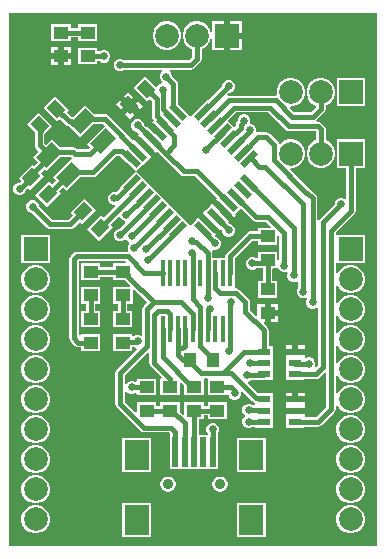
<source format=gtl>
G04*
G04 #@! TF.GenerationSoftware,Altium Limited,Altium Designer,23.7.1 (13)*
G04*
G04 Layer_Physical_Order=1*
G04 Layer_Color=255*
%FSLAX25Y25*%
%MOIN*%
G70*
G04*
G04 #@! TF.SameCoordinates,3E470AC7-ECF9-48F6-9F6D-68BDDA74D969*
G04*
G04*
G04 #@! TF.FilePolarity,Positive*
G04*
G01*
G75*
%ADD29R,0.07874X0.09843*%
%ADD30R,0.01968X0.09843*%
%ADD31R,0.01575X0.08858*%
%ADD32R,0.04921X0.03937*%
G04:AMPARAMS|DCode=33|XSize=39.37mil|YSize=49.21mil|CornerRadius=0mil|HoleSize=0mil|Usage=FLASHONLY|Rotation=135.000|XOffset=0mil|YOffset=0mil|HoleType=Round|Shape=Rectangle|*
%AMROTATEDRECTD33*
4,1,4,0.03132,0.00348,-0.00348,-0.03132,-0.03132,-0.00348,0.00348,0.03132,0.03132,0.00348,0.0*
%
%ADD33ROTATEDRECTD33*%

G04:AMPARAMS|DCode=34|XSize=21.65mil|YSize=62.99mil|CornerRadius=0mil|HoleSize=0mil|Usage=FLASHONLY|Rotation=315.000|XOffset=0mil|YOffset=0mil|HoleType=Round|Shape=Rectangle|*
%AMROTATEDRECTD34*
4,1,4,-0.02993,-0.01462,0.01462,0.02993,0.02993,0.01462,-0.01462,-0.02993,-0.02993,-0.01462,0.0*
%
%ADD34ROTATEDRECTD34*%

G04:AMPARAMS|DCode=35|XSize=21.65mil|YSize=62.99mil|CornerRadius=0mil|HoleSize=0mil|Usage=FLASHONLY|Rotation=45.000|XOffset=0mil|YOffset=0mil|HoleType=Round|Shape=Rectangle|*
%AMROTATEDRECTD35*
4,1,4,0.01462,-0.02993,-0.02993,0.01462,-0.01462,0.02993,0.02993,-0.01462,0.01462,-0.02993,0.0*
%
%ADD35ROTATEDRECTD35*%

G04:AMPARAMS|DCode=36|XSize=70.87mil|YSize=47.24mil|CornerRadius=0mil|HoleSize=0mil|Usage=FLASHONLY|Rotation=225.000|XOffset=0mil|YOffset=0mil|HoleType=Round|Shape=Rectangle|*
%AMROTATEDRECTD36*
4,1,4,0.00835,0.04176,0.04176,0.00835,-0.00835,-0.04176,-0.04176,-0.00835,0.00835,0.04176,0.0*
%
%ADD36ROTATEDRECTD36*%

G04:AMPARAMS|DCode=37|XSize=39.37mil|YSize=49.21mil|CornerRadius=0mil|HoleSize=0mil|Usage=FLASHONLY|Rotation=45.000|XOffset=0mil|YOffset=0mil|HoleType=Round|Shape=Rectangle|*
%AMROTATEDRECTD37*
4,1,4,0.00348,-0.03132,-0.03132,0.00348,-0.00348,0.03132,0.03132,-0.00348,0.00348,-0.03132,0.0*
%
%ADD37ROTATEDRECTD37*%

%ADD38R,0.03937X0.04921*%
%ADD39R,0.04331X0.02362*%
%ADD40C,0.01575*%
%ADD41C,0.01500*%
%ADD42C,0.03543*%
%ADD43C,0.07874*%
%ADD44R,0.07874X0.07874*%
%ADD45R,0.07874X0.07874*%
%ADD46C,0.02677*%
G36*
X138678Y1204D02*
X16204D01*
X16204Y178796D01*
X138678D01*
X138678Y1204D01*
D02*
G37*
%LPC*%
G36*
X45571Y175000D02*
X39075D01*
Y173850D01*
X36713D01*
Y175000D01*
X30217D01*
Y169488D01*
X36713D01*
Y170638D01*
X39075D01*
Y169488D01*
X45571D01*
Y175000D01*
D02*
G37*
G36*
X87740Y176197D02*
X83803D01*
Y172550D01*
X83303Y172484D01*
X83143Y173083D01*
X82521Y174161D01*
X81641Y175040D01*
X80564Y175662D01*
X79362Y175984D01*
X78118D01*
X76917Y175662D01*
X75839Y175040D01*
X74960Y174161D01*
X74338Y173083D01*
X74016Y171882D01*
Y170638D01*
X74338Y169436D01*
X74960Y168359D01*
X75839Y167479D01*
X76917Y166857D01*
X77135Y166799D01*
Y164051D01*
X76107Y163023D01*
X54550D01*
X54354Y163220D01*
X53572Y163543D01*
X52727D01*
X51945Y163220D01*
X51347Y162622D01*
X51024Y161840D01*
Y160994D01*
X51347Y160213D01*
X51945Y159615D01*
X52727Y159291D01*
X53572D01*
X54354Y159615D01*
X54550Y159812D01*
X67270D01*
X67370Y159312D01*
X67300Y159283D01*
X66702Y158685D01*
X66378Y157903D01*
Y157057D01*
X66702Y156276D01*
X67202Y155776D01*
X67076Y155319D01*
X67049Y155276D01*
X66983D01*
X66201Y154952D01*
X65603Y154354D01*
X65569Y154271D01*
X65078Y154173D01*
X61463Y157789D01*
X57566Y153891D01*
X62159Y149298D01*
X62999Y150138D01*
X63741Y149396D01*
Y144442D01*
X63860Y143842D01*
X64200Y143333D01*
X64316Y143218D01*
X63669Y142571D01*
X66603Y139636D01*
X65189Y138222D01*
X62255Y141156D01*
X61876Y140777D01*
X61181Y141472D01*
Y141762D01*
X60857Y142543D01*
X60259Y143141D01*
X59478Y143465D01*
X58632D01*
X57851Y143141D01*
X57253Y142543D01*
X56929Y141762D01*
Y140916D01*
X57253Y140134D01*
X57851Y139536D01*
X58632Y139213D01*
X58899D01*
X59605Y138507D01*
X59215Y138116D01*
X62149Y135182D01*
X65083Y132248D01*
X65468Y132633D01*
X67357Y130743D01*
X73252Y124849D01*
X73252Y124849D01*
X73773Y124501D01*
X74387Y124379D01*
X78176D01*
X85490Y117065D01*
X85105Y116681D01*
X88039Y113746D01*
X90974Y110812D01*
X91739Y111578D01*
X91589Y111728D01*
X93435Y113574D01*
X97316Y109694D01*
X97837Y109345D01*
X98451Y109223D01*
X98451Y109223D01*
X101855D01*
X103530Y107549D01*
X103339Y107087D01*
X99114D01*
Y105936D01*
X96457D01*
X95842Y105814D01*
X95321Y105466D01*
X95321Y105466D01*
X88697Y98842D01*
X88349Y98321D01*
X88227Y97707D01*
X88185Y97244D01*
X83938D01*
Y98770D01*
X83816Y99384D01*
X83737Y99502D01*
X84069Y99906D01*
X84223Y99843D01*
X85069D01*
X85850Y100166D01*
X86448Y100764D01*
X86772Y101546D01*
Y102391D01*
X86448Y103173D01*
X85850Y103771D01*
X85069Y104095D01*
X84988D01*
X84622Y104460D01*
X85105Y104944D01*
X82171Y107878D01*
X79237Y110812D01*
X78471Y110047D01*
X78621Y109896D01*
X76614Y107889D01*
X74039Y110464D01*
X71812Y112691D01*
X70002Y114501D01*
X70002D01*
X67358Y117145D01*
X65131Y119372D01*
X62903Y121600D01*
X60676Y123827D01*
X58519Y125984D01*
X60676Y128142D01*
X62753Y130219D01*
X62903Y130068D01*
X63669Y130834D01*
X60735Y133768D01*
X57801Y136702D01*
X57416Y136318D01*
X49132Y144602D01*
X48611Y144950D01*
X47996Y145072D01*
X47996Y145072D01*
X44347D01*
X41498Y147921D01*
X37567Y143990D01*
X37380Y144115D01*
X36776Y144235D01*
X35322Y145689D01*
X36135Y146502D01*
X31542Y151096D01*
X27644Y147198D01*
X32238Y142605D01*
X33051Y143418D01*
X34973Y141496D01*
X35494Y141148D01*
X36099Y141028D01*
X36465Y140661D01*
X36465Y140661D01*
X36597Y140573D01*
X39828Y137342D01*
X44347Y141861D01*
X47331D01*
X48066Y141126D01*
X42055Y135115D01*
X43147Y134023D01*
X42503Y133380D01*
X38823D01*
X38736Y133467D01*
X38215Y133815D01*
X37601Y133937D01*
X37601Y133937D01*
X33211D01*
X30363Y136785D01*
X28436Y134859D01*
X27928Y135367D01*
Y138295D01*
X30567Y140935D01*
X25974Y145528D01*
X22077Y141631D01*
X24729Y138979D01*
X24716Y138916D01*
X24716Y138916D01*
Y134702D01*
X24716Y134702D01*
X24839Y134087D01*
X25187Y133566D01*
X26165Y132588D01*
X24238Y130661D01*
X25724Y129175D01*
X24390Y127841D01*
X23970Y128261D01*
X19377Y123668D01*
X20190Y122854D01*
X19540Y122205D01*
X19262D01*
X18481Y121881D01*
X17883Y121283D01*
X17559Y120502D01*
Y119656D01*
X17883Y118875D01*
X18481Y118276D01*
X19262Y117953D01*
X20108D01*
X20889Y118276D01*
X21487Y118875D01*
X21811Y119656D01*
Y119934D01*
X22461Y120584D01*
X23274Y119770D01*
X27867Y124364D01*
X26660Y125571D01*
X27994Y126905D01*
X28692Y126207D01*
X33211Y130726D01*
X36664D01*
X37010Y130319D01*
X37050Y130273D01*
X36996Y130056D01*
X36869Y129929D01*
X30920Y123980D01*
X31848Y123051D01*
X30514Y121717D01*
X29538Y122693D01*
X24944Y118100D01*
X28842Y114203D01*
X33435Y118796D01*
X32785Y119446D01*
X34119Y120780D01*
X35374Y119525D01*
X39893Y124044D01*
X44154D01*
X44154Y124044D01*
X44768Y124167D01*
X45289Y124514D01*
X51846Y131071D01*
X53249D01*
X55435Y128885D01*
X55435Y128885D01*
X55566Y128798D01*
X58380Y125984D01*
X52882Y120486D01*
X53069Y120299D01*
X51760Y118991D01*
X51604Y119055D01*
X50758D01*
X49977Y118731D01*
X49379Y118133D01*
X49055Y117352D01*
Y116506D01*
X49379Y115725D01*
X49977Y115127D01*
X50758Y114803D01*
X51374D01*
X51581Y114303D01*
X47707Y110430D01*
X46861Y111276D01*
X42267Y106683D01*
X46165Y102785D01*
X50758Y107379D01*
X49924Y108213D01*
X52673Y110962D01*
X53211Y110792D01*
X53458Y110194D01*
X54057Y109596D01*
X54739Y109314D01*
X54943Y108811D01*
X53005Y106873D01*
X52727D01*
X51945Y106549D01*
X51347Y105951D01*
X51024Y105170D01*
Y104324D01*
X51347Y103542D01*
X51945Y102945D01*
X52727Y102621D01*
X53572D01*
X54354Y102945D01*
X54754Y103345D01*
X55332Y103254D01*
X55385Y103126D01*
X55984Y102528D01*
X56169Y102452D01*
X56266Y101961D01*
X56072Y101767D01*
X55748Y100986D01*
Y100140D01*
X55929Y99702D01*
X55789Y99452D01*
X55578Y99243D01*
X38718D01*
X38103Y99121D01*
X37582Y98773D01*
X37582Y98773D01*
X36660Y97851D01*
X36312Y97330D01*
X36190Y96715D01*
X36190Y96715D01*
Y70379D01*
X36190Y70379D01*
X36312Y69765D01*
X36660Y69244D01*
X38141Y67762D01*
X38141Y67762D01*
X38662Y67414D01*
X39277Y67292D01*
X39277Y67292D01*
X40059D01*
Y66142D01*
X46555D01*
Y71653D01*
X40059D01*
Y71517D01*
X39559Y71253D01*
X39401Y71362D01*
Y96032D01*
X54943D01*
X55168Y95752D01*
X54958Y95276D01*
X50886D01*
Y94125D01*
X46555D01*
Y95276D01*
X40059D01*
Y89764D01*
X46555D01*
Y90914D01*
X50886D01*
Y89764D01*
X54637D01*
X54672Y89711D01*
X56519Y87863D01*
X56328Y87402D01*
X50886D01*
Y81890D01*
X52469D01*
Y79527D01*
X50788D01*
Y74015D01*
X57284D01*
Y79527D01*
X55604D01*
Y81890D01*
X57382D01*
Y86348D01*
X57844Y86539D01*
X62099Y82284D01*
X61069Y81253D01*
X60721Y80733D01*
X60599Y80118D01*
X60599Y80118D01*
Y71407D01*
X60099Y71160D01*
X59478Y71417D01*
X58632D01*
X57851Y71094D01*
X57784Y71027D01*
X57284Y71234D01*
Y71653D01*
X50788D01*
Y66141D01*
X57284D01*
Y67527D01*
X57813D01*
X57851Y67489D01*
X58569Y67191D01*
X58788Y66703D01*
X52014Y59929D01*
X51666Y59408D01*
X51544Y58794D01*
X51544Y58794D01*
Y48462D01*
X51544Y48462D01*
X51666Y47847D01*
X52014Y47326D01*
X59925Y39416D01*
X59925Y39416D01*
X60446Y39068D01*
X61060Y38945D01*
X61060Y38945D01*
X69414D01*
X69788Y38571D01*
X69724Y38071D01*
X69724D01*
Y26654D01*
X85866D01*
Y38071D01*
X85700D01*
Y38599D01*
X85897Y38796D01*
X86221Y39577D01*
Y40423D01*
X85897Y41204D01*
X85299Y41802D01*
X84517Y42126D01*
X83672D01*
X82890Y41802D01*
X82292Y41204D01*
X81968Y40423D01*
Y39577D01*
X82292Y38796D01*
X82489Y38599D01*
Y38071D01*
X79363D01*
Y43504D01*
X81004D01*
Y44692D01*
X82382D01*
Y43504D01*
X88878D01*
Y49016D01*
X82382D01*
Y47827D01*
X81004D01*
Y49016D01*
X74508D01*
Y44996D01*
X74046Y44805D01*
X73130Y45721D01*
Y49016D01*
X66634D01*
Y47827D01*
X65256D01*
Y49016D01*
X58760D01*
Y45776D01*
X58298Y45584D01*
X54755Y49127D01*
Y52703D01*
X55255Y52803D01*
X55284Y52733D01*
X55882Y52135D01*
X56664Y51811D01*
X57509D01*
X58291Y52135D01*
X58760Y51897D01*
Y51378D01*
X65256D01*
Y56890D01*
X58760D01*
Y55977D01*
X58291Y55739D01*
X57509Y56063D01*
X56664D01*
X55882Y55739D01*
X55284Y55141D01*
X55255Y55071D01*
X54755Y55171D01*
Y58129D01*
X62499Y65873D01*
X62961Y65681D01*
Y62205D01*
X62961Y62205D01*
X63083Y61590D01*
X63431Y61069D01*
X67149Y57352D01*
X66958Y56890D01*
X66634D01*
Y51378D01*
X73130D01*
Y55344D01*
X73592Y55535D01*
X74508Y54619D01*
Y51378D01*
X81004D01*
Y56890D01*
X81419Y57094D01*
X81966D01*
X82382Y56890D01*
X82382Y56594D01*
Y51378D01*
X88878D01*
X88878Y51378D01*
X89330Y51262D01*
X89536Y50764D01*
X90134Y50166D01*
X90916Y49843D01*
X91761D01*
X92543Y50166D01*
X93141Y50764D01*
X93465Y51546D01*
Y52391D01*
X93437Y52458D01*
X93861Y52741D01*
X97279Y49323D01*
X97788Y48983D01*
X98130Y48915D01*
Y47964D01*
X97562D01*
X97267Y48259D01*
X96486Y48583D01*
X95640D01*
X94859Y48259D01*
X94261Y47661D01*
X93937Y46880D01*
Y46034D01*
X94261Y45252D01*
X94711Y44802D01*
X94808Y44488D01*
X94711Y44174D01*
X94261Y43724D01*
X93937Y42943D01*
Y42097D01*
X94261Y41315D01*
X94859Y40717D01*
X95640Y40394D01*
X96486D01*
X97267Y40717D01*
X97464Y40914D01*
X98130D01*
Y40551D01*
X104035D01*
Y44291D01*
Y48031D01*
Y51968D01*
X100803D01*
X100652Y51999D01*
X99037D01*
X95599Y55437D01*
X95790Y55899D01*
X95849D01*
X96631Y56222D01*
X96827Y56419D01*
X98130D01*
Y56299D01*
X104035D01*
Y60039D01*
Y63779D01*
Y67716D01*
X102688D01*
Y72933D01*
X102688Y72933D01*
X102566Y73548D01*
X102218Y74068D01*
X102218Y74068D01*
X100977Y75310D01*
X101168Y75772D01*
X101362D01*
Y78740D01*
Y81709D01*
X98902D01*
Y78038D01*
X98440Y77847D01*
X96487Y79799D01*
Y82284D01*
X96365Y82898D01*
X96017Y83419D01*
X92868Y86568D01*
X92347Y86917D01*
X91732Y87039D01*
X91408Y87377D01*
Y91873D01*
X91438Y92028D01*
Y97042D01*
X97122Y102725D01*
X99114D01*
Y101575D01*
X105610D01*
Y104416D01*
X106110Y104667D01*
X106268Y104549D01*
Y96171D01*
X106117Y95982D01*
X106110Y95978D01*
X105610Y96269D01*
Y99213D01*
X99114D01*
Y97032D01*
X98494D01*
X98448Y97078D01*
X97667Y97402D01*
X96821D01*
X96040Y97078D01*
X95442Y96480D01*
X95118Y95698D01*
Y94853D01*
X95442Y94071D01*
X96040Y93473D01*
X96821Y93150D01*
X97667D01*
X98448Y93473D01*
X98632Y93657D01*
X99114Y93701D01*
Y93701D01*
X100757D01*
Y89370D01*
X99114D01*
Y83858D01*
X105610D01*
Y89370D01*
X103968D01*
Y93347D01*
X104321Y93701D01*
X105610Y93701D01*
X106005Y93446D01*
X106072Y93284D01*
X106670Y92686D01*
X107451Y92362D01*
X108297D01*
X108669Y92516D01*
X109052Y92134D01*
X108898Y91761D01*
Y90916D01*
X109221Y90134D01*
X109819Y89536D01*
X110601Y89213D01*
X111446D01*
X112068Y89470D01*
X112568Y89223D01*
Y87228D01*
X112371Y87031D01*
X112047Y86250D01*
Y85404D01*
X112371Y84623D01*
X112969Y84025D01*
X113750Y83701D01*
X114596D01*
X115217Y83958D01*
X115262Y83936D01*
X115521Y83488D01*
X115197Y82706D01*
Y81861D01*
X115521Y81079D01*
X116119Y80481D01*
X116900Y80158D01*
X117746D01*
X118527Y80481D01*
X118761Y80714D01*
X119261Y80507D01*
Y61295D01*
X118424Y60458D01*
X118000Y60742D01*
X118268Y61388D01*
Y62234D01*
X117944Y63015D01*
X117346Y63613D01*
X116565Y63937D01*
X115719D01*
X115181Y63714D01*
X114681Y64010D01*
Y64748D01*
X111516D01*
X108350D01*
Y63567D01*
X108563D01*
Y60039D01*
Y56299D01*
X114469D01*
Y56662D01*
X118504D01*
X118504Y56662D01*
X119118Y56784D01*
X119639Y57132D01*
X121358Y58851D01*
X121820Y58659D01*
Y47319D01*
X118626Y44125D01*
X114681D01*
Y45260D01*
X111516D01*
X108350D01*
Y44079D01*
X108563D01*
Y40551D01*
X114469D01*
Y40914D01*
X119291D01*
X119291Y40914D01*
X119906Y41036D01*
X120427Y41384D01*
X124561Y45518D01*
X124909Y46039D01*
X125031Y46654D01*
X125031Y46654D01*
Y48360D01*
X125531Y48425D01*
X125598Y48176D01*
X126219Y47099D01*
X127099Y46220D01*
X128176Y45598D01*
X129378Y45276D01*
X130622D01*
X131824Y45598D01*
X132901Y46220D01*
X133781Y47099D01*
X134402Y48176D01*
X134724Y49378D01*
Y50622D01*
X134402Y51824D01*
X133781Y52901D01*
X132901Y53781D01*
X131824Y54402D01*
X130622Y54724D01*
X129378D01*
X128176Y54402D01*
X127099Y53781D01*
X126219Y52901D01*
X125598Y51824D01*
X125531Y51575D01*
X125031Y51640D01*
Y58359D01*
X125531Y58425D01*
X125598Y58176D01*
X126219Y57099D01*
X127099Y56220D01*
X128176Y55598D01*
X129378Y55276D01*
X130622D01*
X131824Y55598D01*
X132901Y56220D01*
X133781Y57099D01*
X134402Y58176D01*
X134724Y59378D01*
Y60622D01*
X134402Y61824D01*
X133781Y62901D01*
X132901Y63780D01*
X131824Y64402D01*
X130622Y64724D01*
X129378D01*
X128176Y64402D01*
X127099Y63780D01*
X126219Y62901D01*
X125598Y61824D01*
X125531Y61575D01*
X125031Y61641D01*
Y68360D01*
X125531Y68425D01*
X125598Y68176D01*
X126219Y67099D01*
X127099Y66220D01*
X128176Y65598D01*
X129378Y65276D01*
X130622D01*
X131824Y65598D01*
X132901Y66220D01*
X133781Y67099D01*
X134402Y68176D01*
X134724Y69378D01*
Y70622D01*
X134402Y71824D01*
X133781Y72901D01*
X132901Y73781D01*
X131824Y74402D01*
X130622Y74724D01*
X129378D01*
X128176Y74402D01*
X127099Y73781D01*
X126219Y72901D01*
X125598Y71824D01*
X125531Y71575D01*
X125031Y71640D01*
Y78360D01*
X125531Y78425D01*
X125598Y78176D01*
X126219Y77099D01*
X127099Y76219D01*
X128176Y75598D01*
X129378Y75276D01*
X130622D01*
X131824Y75598D01*
X132901Y76219D01*
X133781Y77099D01*
X134402Y78176D01*
X134724Y79378D01*
Y80622D01*
X134402Y81824D01*
X133781Y82901D01*
X132901Y83780D01*
X131824Y84402D01*
X130622Y84724D01*
X129378D01*
X128176Y84402D01*
X127099Y83780D01*
X126219Y82901D01*
X125598Y81824D01*
X125531Y81575D01*
X125031Y81640D01*
Y88359D01*
X125531Y88425D01*
X125598Y88176D01*
X126219Y87099D01*
X127099Y86220D01*
X128176Y85598D01*
X129378Y85276D01*
X130622D01*
X131824Y85598D01*
X132901Y86220D01*
X133781Y87099D01*
X134402Y88176D01*
X134724Y89378D01*
Y90622D01*
X134402Y91824D01*
X133781Y92901D01*
X132901Y93780D01*
X131824Y94402D01*
X130622Y94724D01*
X129378D01*
X128176Y94402D01*
X127099Y93780D01*
X126219Y92901D01*
X125598Y91824D01*
X125531Y91575D01*
X125031Y91641D01*
Y94877D01*
X125276Y95276D01*
X125531Y95276D01*
X134724D01*
Y104724D01*
X125531D01*
X125276Y104724D01*
X125031Y105123D01*
Y105437D01*
X131214Y111620D01*
X131214Y111620D01*
X131562Y112142D01*
X131684Y112756D01*
X131684Y112756D01*
Y127165D01*
X134803D01*
Y136614D01*
X125354D01*
Y127165D01*
X128473D01*
Y116919D01*
X128011Y116728D01*
X127976Y116763D01*
X127194Y117087D01*
X126349D01*
X125567Y116763D01*
X124969Y116165D01*
X124646Y115384D01*
Y115105D01*
X119731Y110190D01*
X119429Y109738D01*
X119151Y109747D01*
X118929Y109821D01*
Y116929D01*
X118929Y116929D01*
X118806Y117544D01*
X118458Y118064D01*
X116490Y120033D01*
X116254Y120191D01*
X109779Y126665D01*
X109986Y127165D01*
X110701D01*
X111902Y127487D01*
X112980Y128109D01*
X113859Y128989D01*
X114481Y130066D01*
X114803Y131268D01*
Y132512D01*
X114481Y133713D01*
X113859Y134791D01*
X112980Y135670D01*
X111902Y136292D01*
X110701Y136614D01*
X109457D01*
X108255Y136292D01*
X107178Y135670D01*
X106621Y135113D01*
X106078Y135278D01*
X106050Y135418D01*
X105702Y135939D01*
X105702Y135939D01*
X103104Y138537D01*
X102583Y138885D01*
X101969Y139007D01*
X101969Y139007D01*
X99167D01*
X99167Y139007D01*
X99029Y138980D01*
X98928Y139032D01*
X98583Y139401D01*
Y140053D01*
X98259Y140835D01*
X97661Y141433D01*
X96880Y141757D01*
X96760D01*
X96482Y142172D01*
X96614Y142490D01*
Y143336D01*
X96290Y144118D01*
X95692Y144716D01*
X94911Y145039D01*
X94065D01*
X93284Y144716D01*
X92686Y144118D01*
X92362Y143336D01*
Y142792D01*
X92254Y142684D01*
X91906Y142163D01*
X91784Y141549D01*
X91784Y141549D01*
Y141198D01*
X91208Y140621D01*
X89024Y142805D01*
X91858Y145638D01*
X102485D01*
X108313Y139810D01*
X108313Y139810D01*
X108834Y139461D01*
X109449Y139339D01*
X109449Y139339D01*
X118473D01*
Y136351D01*
X118255Y136292D01*
X117178Y135670D01*
X116298Y134791D01*
X115676Y133713D01*
X115354Y132512D01*
Y131268D01*
X115676Y130066D01*
X116298Y128989D01*
X117178Y128109D01*
X118255Y127487D01*
X119457Y127165D01*
X120701D01*
X121902Y127487D01*
X122980Y128109D01*
X123859Y128989D01*
X124481Y130066D01*
X124803Y131268D01*
Y132512D01*
X124481Y133713D01*
X123859Y134791D01*
X122980Y135670D01*
X121902Y136292D01*
X121684Y136351D01*
Y140022D01*
X121562Y140637D01*
X121214Y141158D01*
X121214Y141158D01*
X120292Y142080D01*
X119771Y142428D01*
X119156Y142551D01*
X119156Y142551D01*
X118672D01*
X118520Y143051D01*
X118609Y143110D01*
X121214Y145715D01*
X121214Y145715D01*
X121562Y146236D01*
X121684Y146850D01*
X121684Y146850D01*
Y147901D01*
X121902Y147960D01*
X122980Y148582D01*
X123859Y149461D01*
X124481Y150539D01*
X124803Y151740D01*
Y152984D01*
X124481Y154186D01*
X123859Y155263D01*
X122980Y156143D01*
X121902Y156765D01*
X120701Y157087D01*
X119457D01*
X118255Y156765D01*
X117178Y156143D01*
X116298Y155263D01*
X115676Y154186D01*
X115354Y152984D01*
Y151740D01*
X115676Y150539D01*
X116298Y149461D01*
X117178Y148582D01*
X118255Y147960D01*
X118306Y147946D01*
X118381Y147423D01*
X116809Y145851D01*
X111066D01*
X109779Y147138D01*
X109986Y147638D01*
X110701D01*
X111902Y147960D01*
X112980Y148582D01*
X113859Y149461D01*
X114481Y150539D01*
X114803Y151740D01*
Y152984D01*
X114481Y154186D01*
X113859Y155263D01*
X112980Y156143D01*
X111902Y156765D01*
X110701Y157087D01*
X109457D01*
X108255Y156765D01*
X107178Y156143D01*
X106298Y155263D01*
X105676Y154186D01*
X105354Y152984D01*
Y151740D01*
X105399Y151573D01*
X105208Y151369D01*
X104978Y151212D01*
X89379D01*
X89193Y151175D01*
X88947Y151636D01*
X89516Y152205D01*
X89793D01*
X90574Y152528D01*
X91172Y153126D01*
X91496Y153908D01*
Y154754D01*
X91172Y155535D01*
X90574Y156133D01*
X89793Y156457D01*
X88947D01*
X88166Y156133D01*
X87568Y155535D01*
X87244Y154754D01*
Y154475D01*
X82299Y149530D01*
X82112Y149717D01*
X76614Y144219D01*
X73801Y147032D01*
X73713Y147164D01*
X72472Y148405D01*
Y155118D01*
X72472Y155118D01*
X72350Y155733D01*
X72001Y156254D01*
X72001Y156254D01*
X70630Y157625D01*
Y157903D01*
X70306Y158685D01*
X69708Y159283D01*
X69638Y159312D01*
X69738Y159812D01*
X76772D01*
X76772Y159812D01*
X77386Y159934D01*
X77907Y160282D01*
X79875Y162250D01*
X79875Y162250D01*
X80224Y162771D01*
X80346Y163386D01*
Y166799D01*
X80564Y166857D01*
X81641Y167479D01*
X82521Y168359D01*
X83143Y169436D01*
X83303Y170035D01*
X83803Y169970D01*
Y166323D01*
X87740D01*
Y171260D01*
Y176197D01*
D02*
G37*
G36*
X93677D02*
X89740D01*
Y172260D01*
X93677D01*
Y176197D01*
D02*
G37*
G36*
X69362Y175984D02*
X68118D01*
X66917Y175662D01*
X65839Y175040D01*
X64960Y174161D01*
X64338Y173083D01*
X64016Y171882D01*
Y170638D01*
X64338Y169436D01*
X64960Y168359D01*
X65839Y167479D01*
X66917Y166857D01*
X68118Y166535D01*
X69362D01*
X70564Y166857D01*
X71641Y167479D01*
X72521Y168359D01*
X73143Y169436D01*
X73465Y170638D01*
Y171882D01*
X73143Y173083D01*
X72521Y174161D01*
X71641Y175040D01*
X70564Y175662D01*
X69362Y175984D01*
D02*
G37*
G36*
X93677Y170260D02*
X89740D01*
Y166323D01*
X93677D01*
Y170260D01*
D02*
G37*
G36*
X36925Y167339D02*
X34465D01*
Y165370D01*
X36925D01*
Y167339D01*
D02*
G37*
G36*
X32465D02*
X30004D01*
Y165370D01*
X32465D01*
Y167339D01*
D02*
G37*
G36*
X45571Y167126D02*
X39075D01*
Y161614D01*
X45571D01*
Y162803D01*
X46396D01*
X46630Y162568D01*
X47412Y162244D01*
X48257D01*
X49039Y162568D01*
X49637Y163166D01*
X49961Y163947D01*
Y164793D01*
X49637Y165574D01*
X49039Y166172D01*
X48257Y166496D01*
X47412D01*
X46630Y166172D01*
X46396Y165938D01*
X45571D01*
Y167126D01*
D02*
G37*
G36*
X36925Y163370D02*
X34465D01*
Y161402D01*
X36925D01*
Y163370D01*
D02*
G37*
G36*
X32465D02*
X30004D01*
Y161402D01*
X32465D01*
Y163370D01*
D02*
G37*
G36*
X55895Y152522D02*
X54503Y151130D01*
X56243Y149390D01*
X57635Y150782D01*
X55895Y152522D01*
D02*
G37*
G36*
X134803Y157087D02*
X125354D01*
Y147638D01*
X134803D01*
Y157087D01*
D02*
G37*
G36*
X53089Y149715D02*
X51697Y148324D01*
X53437Y146584D01*
X54829Y147976D01*
X53089Y149715D01*
D02*
G37*
G36*
X59049Y149367D02*
X57657Y147976D01*
X59397Y146236D01*
X60789Y147627D01*
X59049Y149367D01*
D02*
G37*
G36*
X56243Y146561D02*
X54851Y145169D01*
X56591Y143430D01*
X57983Y144821D01*
X56243Y146561D01*
D02*
G37*
G36*
X83691Y115266D02*
X82925Y114501D01*
X83076Y114350D01*
X81567Y112841D01*
X81416Y112992D01*
X80651Y112226D01*
X83585Y109292D01*
X86519Y106358D01*
X86842Y106681D01*
X87244Y106278D01*
Y105876D01*
X87568Y105095D01*
X88166Y104497D01*
X88947Y104173D01*
X89793D01*
X90574Y104497D01*
X91172Y105095D01*
X91496Y105876D01*
Y106722D01*
X91172Y107503D01*
X90574Y108101D01*
X89793Y108425D01*
X89639D01*
X89113Y108951D01*
X89559Y109398D01*
X86625Y112332D01*
X83691Y115266D01*
D02*
G37*
G36*
X41293Y116844D02*
X36700Y112250D01*
X37513Y111437D01*
X35949Y109873D01*
X30586D01*
X26142Y114318D01*
Y114596D01*
X25818Y115377D01*
X25220Y115975D01*
X24439Y116299D01*
X23593D01*
X22812Y115975D01*
X22213Y115377D01*
X21890Y114596D01*
Y113750D01*
X22213Y112969D01*
X22812Y112371D01*
X23593Y112047D01*
X23871D01*
X28786Y107132D01*
X28786Y107132D01*
X29307Y106784D01*
X29921Y106662D01*
X36614D01*
X36614Y106662D01*
X37229Y106784D01*
X37749Y107132D01*
X39784Y109166D01*
X40597Y108353D01*
X45190Y112946D01*
X41293Y116844D01*
D02*
G37*
G36*
X29724Y104724D02*
X20276D01*
Y95276D01*
X29724D01*
Y104724D01*
D02*
G37*
G36*
X25622Y94724D02*
X24378D01*
X23176Y94402D01*
X22099Y93780D01*
X21219Y92901D01*
X20598Y91824D01*
X20276Y90622D01*
Y89378D01*
X20598Y88176D01*
X21219Y87099D01*
X22099Y86220D01*
X23176Y85598D01*
X24378Y85276D01*
X25622D01*
X26824Y85598D01*
X27901Y86220D01*
X28780Y87099D01*
X29402Y88176D01*
X29724Y89378D01*
Y90622D01*
X29402Y91824D01*
X28780Y92901D01*
X27901Y93780D01*
X26824Y94402D01*
X25622Y94724D01*
D02*
G37*
G36*
X105823Y81709D02*
X103362D01*
Y79740D01*
X105823D01*
Y81709D01*
D02*
G37*
G36*
Y77740D02*
X103362D01*
Y75772D01*
X105823D01*
Y77740D01*
D02*
G37*
G36*
X25622Y84724D02*
X24378D01*
X23176Y84402D01*
X22099Y83780D01*
X21219Y82901D01*
X20598Y81824D01*
X20276Y80622D01*
Y79378D01*
X20598Y78176D01*
X21219Y77099D01*
X22099Y76219D01*
X23176Y75598D01*
X24378Y75276D01*
X25622D01*
X26824Y75598D01*
X27901Y76219D01*
X28780Y77099D01*
X29402Y78176D01*
X29724Y79378D01*
Y80622D01*
X29402Y81824D01*
X28780Y82901D01*
X27901Y83780D01*
X26824Y84402D01*
X25622Y84724D01*
D02*
G37*
G36*
X46555Y87402D02*
X40059D01*
Y81890D01*
X41740D01*
Y79527D01*
X40059D01*
Y74016D01*
X46555D01*
Y79527D01*
X44875D01*
Y81890D01*
X46555D01*
Y87402D01*
D02*
G37*
G36*
X114681Y67929D02*
X112516D01*
Y66748D01*
X114681D01*
Y67929D01*
D02*
G37*
G36*
X110516D02*
X108350D01*
Y66748D01*
X110516D01*
Y67929D01*
D02*
G37*
G36*
X25622Y74724D02*
X24378D01*
X23176Y74402D01*
X22099Y73781D01*
X21219Y72901D01*
X20598Y71824D01*
X20276Y70622D01*
Y69378D01*
X20598Y68176D01*
X21219Y67099D01*
X22099Y66220D01*
X23176Y65598D01*
X24378Y65276D01*
X25622D01*
X26824Y65598D01*
X27901Y66220D01*
X28780Y67099D01*
X29402Y68176D01*
X29724Y69378D01*
Y70622D01*
X29402Y71824D01*
X28780Y72901D01*
X27901Y73781D01*
X26824Y74402D01*
X25622Y74724D01*
D02*
G37*
G36*
Y64724D02*
X24378D01*
X23176Y64402D01*
X22099Y63780D01*
X21219Y62901D01*
X20598Y61824D01*
X20276Y60622D01*
Y59378D01*
X20598Y58176D01*
X21219Y57099D01*
X22099Y56220D01*
X23176Y55598D01*
X24378Y55276D01*
X25622D01*
X26824Y55598D01*
X27901Y56220D01*
X28780Y57099D01*
X29402Y58176D01*
X29724Y59378D01*
Y60622D01*
X29402Y61824D01*
X28780Y62901D01*
X27901Y63780D01*
X26824Y64402D01*
X25622Y64724D01*
D02*
G37*
G36*
X114681Y52181D02*
X112516D01*
Y51000D01*
X114681D01*
Y52181D01*
D02*
G37*
G36*
X110516D02*
X108350D01*
Y51000D01*
X110516D01*
Y52181D01*
D02*
G37*
G36*
X114681Y49000D02*
X111516D01*
X108350D01*
Y47819D01*
Y47260D01*
X111516D01*
X114681D01*
Y47819D01*
Y49000D01*
D02*
G37*
G36*
X25622Y54724D02*
X24378D01*
X23176Y54402D01*
X22099Y53781D01*
X21219Y52901D01*
X20598Y51824D01*
X20276Y50622D01*
Y49378D01*
X20598Y48176D01*
X21219Y47099D01*
X22099Y46220D01*
X23176Y45598D01*
X24378Y45276D01*
X25622D01*
X26824Y45598D01*
X27901Y46220D01*
X28780Y47099D01*
X29402Y48176D01*
X29724Y49378D01*
Y50622D01*
X29402Y51824D01*
X28780Y52901D01*
X27901Y53781D01*
X26824Y54402D01*
X25622Y54724D01*
D02*
G37*
G36*
X130622Y44724D02*
X129378D01*
X128176Y44402D01*
X127099Y43780D01*
X126219Y42901D01*
X125598Y41824D01*
X125276Y40622D01*
Y39378D01*
X125598Y38176D01*
X126219Y37099D01*
X127099Y36219D01*
X128176Y35598D01*
X129378Y35276D01*
X130622D01*
X131824Y35598D01*
X132901Y36219D01*
X133781Y37099D01*
X134402Y38176D01*
X134724Y39378D01*
Y40622D01*
X134402Y41824D01*
X133781Y42901D01*
X132901Y43780D01*
X131824Y44402D01*
X130622Y44724D01*
D02*
G37*
G36*
X25622D02*
X24378D01*
X23176Y44402D01*
X22099Y43780D01*
X21219Y42901D01*
X20598Y41824D01*
X20276Y40622D01*
Y39378D01*
X20598Y38176D01*
X21219Y37099D01*
X22099Y36219D01*
X23176Y35598D01*
X24378Y35276D01*
X25622D01*
X26824Y35598D01*
X27901Y36219D01*
X28780Y37099D01*
X29402Y38176D01*
X29724Y39378D01*
Y40622D01*
X29402Y41824D01*
X28780Y42901D01*
X27901Y43780D01*
X26824Y44402D01*
X25622Y44724D01*
D02*
G37*
G36*
X101654Y37047D02*
X92205D01*
Y25630D01*
X101654D01*
Y37047D01*
D02*
G37*
G36*
X63386D02*
X53937D01*
Y25630D01*
X63386D01*
Y37047D01*
D02*
G37*
G36*
X130622Y34724D02*
X129378D01*
X128176Y34402D01*
X127099Y33781D01*
X126219Y32901D01*
X125598Y31824D01*
X125276Y30622D01*
Y29378D01*
X125598Y28176D01*
X126219Y27099D01*
X127099Y26219D01*
X128176Y25598D01*
X129378Y25276D01*
X130622D01*
X131824Y25598D01*
X132901Y26219D01*
X133781Y27099D01*
X134402Y28176D01*
X134724Y29378D01*
Y30622D01*
X134402Y31824D01*
X133781Y32901D01*
X132901Y33781D01*
X131824Y34402D01*
X130622Y34724D01*
D02*
G37*
G36*
X25622D02*
X24378D01*
X23176Y34402D01*
X22099Y33781D01*
X21219Y32901D01*
X20598Y31824D01*
X20276Y30622D01*
Y29378D01*
X20598Y28176D01*
X21219Y27099D01*
X22099Y26219D01*
X23176Y25598D01*
X24378Y25276D01*
X25622D01*
X26824Y25598D01*
X27901Y26219D01*
X28780Y27099D01*
X29402Y28176D01*
X29724Y29378D01*
Y30622D01*
X29402Y31824D01*
X28780Y32901D01*
X27901Y33781D01*
X26824Y34402D01*
X25622Y34724D01*
D02*
G37*
G36*
X86794Y24213D02*
X86120D01*
X85469Y24038D01*
X84885Y23701D01*
X84409Y23225D01*
X84072Y22641D01*
X83898Y21991D01*
Y21317D01*
X84072Y20666D01*
X84409Y20082D01*
X84885Y19606D01*
X85469Y19269D01*
X86120Y19094D01*
X86794D01*
X87444Y19269D01*
X88028Y19606D01*
X88504Y20082D01*
X88841Y20666D01*
X89016Y21317D01*
Y21991D01*
X88841Y22641D01*
X88504Y23225D01*
X88028Y23701D01*
X87444Y24038D01*
X86794Y24213D01*
D02*
G37*
G36*
X69471D02*
X68797D01*
X68146Y24038D01*
X67563Y23701D01*
X67086Y23225D01*
X66749Y22641D01*
X66575Y21991D01*
Y21317D01*
X66749Y20666D01*
X67086Y20082D01*
X67563Y19606D01*
X68146Y19269D01*
X68797Y19094D01*
X69471D01*
X70122Y19269D01*
X70705Y19606D01*
X71182Y20082D01*
X71518Y20666D01*
X71693Y21317D01*
Y21991D01*
X71518Y22641D01*
X71182Y23225D01*
X70705Y23701D01*
X70122Y24038D01*
X69471Y24213D01*
D02*
G37*
G36*
X130622Y24724D02*
X129378D01*
X128176Y24402D01*
X127099Y23780D01*
X126219Y22901D01*
X125598Y21824D01*
X125276Y20622D01*
Y19378D01*
X125598Y18176D01*
X126219Y17099D01*
X127099Y16219D01*
X128176Y15598D01*
X129378Y15276D01*
X130622D01*
X131824Y15598D01*
X132901Y16219D01*
X133781Y17099D01*
X134402Y18176D01*
X134724Y19378D01*
Y20622D01*
X134402Y21824D01*
X133781Y22901D01*
X132901Y23780D01*
X131824Y24402D01*
X130622Y24724D01*
D02*
G37*
G36*
X25622D02*
X24378D01*
X23176Y24402D01*
X22099Y23780D01*
X21219Y22901D01*
X20598Y21824D01*
X20276Y20622D01*
Y19378D01*
X20598Y18176D01*
X21219Y17099D01*
X22099Y16219D01*
X23176Y15598D01*
X24378Y15276D01*
X25622D01*
X26824Y15598D01*
X27901Y16219D01*
X28780Y17099D01*
X29402Y18176D01*
X29724Y19378D01*
Y20622D01*
X29402Y21824D01*
X28780Y22901D01*
X27901Y23780D01*
X26824Y24402D01*
X25622Y24724D01*
D02*
G37*
G36*
X130622Y14724D02*
X129378D01*
X128176Y14402D01*
X127099Y13780D01*
X126219Y12901D01*
X125598Y11824D01*
X125276Y10622D01*
Y9378D01*
X125598Y8176D01*
X126219Y7099D01*
X127099Y6219D01*
X128176Y5598D01*
X129378Y5276D01*
X130622D01*
X131824Y5598D01*
X132901Y6219D01*
X133781Y7099D01*
X134402Y8176D01*
X134724Y9378D01*
Y10622D01*
X134402Y11824D01*
X133781Y12901D01*
X132901Y13780D01*
X131824Y14402D01*
X130622Y14724D01*
D02*
G37*
G36*
X25622D02*
X24378D01*
X23176Y14402D01*
X22099Y13780D01*
X21219Y12901D01*
X20598Y11824D01*
X20276Y10622D01*
Y9378D01*
X20598Y8176D01*
X21219Y7099D01*
X22099Y6219D01*
X23176Y5598D01*
X24378Y5276D01*
X25622D01*
X26824Y5598D01*
X27901Y6219D01*
X28780Y7099D01*
X29402Y8176D01*
X29724Y9378D01*
Y10622D01*
X29402Y11824D01*
X28780Y12901D01*
X27901Y13780D01*
X26824Y14402D01*
X25622Y14724D01*
D02*
G37*
G36*
X101654Y15472D02*
X92205D01*
Y4055D01*
X101654D01*
Y15472D01*
D02*
G37*
G36*
X63386D02*
X53937D01*
Y4055D01*
X63386D01*
Y15472D01*
D02*
G37*
%LPD*%
D29*
X96929Y31339D02*
D03*
X58661D02*
D03*
X96929Y9764D02*
D03*
X58661D02*
D03*
D30*
X84095Y32362D02*
D03*
X80945D02*
D03*
X77795D02*
D03*
X74646D02*
D03*
X71496D02*
D03*
D31*
X67333Y73327D02*
D03*
X69833D02*
D03*
X72333D02*
D03*
X74833D02*
D03*
X77333D02*
D03*
X79833D02*
D03*
X82333D02*
D03*
X84833D02*
D03*
X87333D02*
D03*
X89833D02*
D03*
X67333Y92028D02*
D03*
X69833D02*
D03*
X72333D02*
D03*
X74833D02*
D03*
X77333D02*
D03*
X79833D02*
D03*
X82333D02*
D03*
X84833D02*
D03*
X87333D02*
D03*
X89833D02*
D03*
D32*
X102362Y104331D02*
D03*
Y96457D02*
D03*
Y78740D02*
D03*
Y86614D02*
D03*
X33465Y164370D02*
D03*
Y172244D02*
D03*
X42323Y164370D02*
D03*
Y172244D02*
D03*
X69882Y46260D02*
D03*
Y54134D02*
D03*
X77756Y46260D02*
D03*
Y54134D02*
D03*
X85630D02*
D03*
Y46260D02*
D03*
X62008Y54134D02*
D03*
Y46260D02*
D03*
X54134Y84646D02*
D03*
Y92520D02*
D03*
X43307D02*
D03*
Y84646D02*
D03*
X54036Y68897D02*
D03*
Y76771D02*
D03*
X43307Y68898D02*
D03*
Y76772D02*
D03*
D33*
X40945Y112598D02*
D03*
X46513Y107031D02*
D03*
X29190Y118448D02*
D03*
X23622Y124016D02*
D03*
D34*
X80651Y145611D02*
D03*
X82878Y143384D02*
D03*
X85105Y141156D02*
D03*
X87332Y138929D02*
D03*
X89559Y136702D02*
D03*
X91786Y134475D02*
D03*
X94014Y132248D02*
D03*
X96241Y130021D02*
D03*
X72578Y106358D02*
D03*
X70350Y108585D02*
D03*
X68123Y110812D02*
D03*
X65896Y113039D02*
D03*
X63669Y115266D02*
D03*
X61442Y117493D02*
D03*
X59215Y119720D02*
D03*
X56988Y121948D02*
D03*
D35*
X96241D02*
D03*
X94014Y119720D02*
D03*
X91786Y117493D02*
D03*
X89559Y115266D02*
D03*
X87332Y113039D02*
D03*
X85105Y110812D02*
D03*
X82878Y108585D02*
D03*
X80651Y106358D02*
D03*
X56988Y130021D02*
D03*
X59215Y132248D02*
D03*
X61442Y134475D02*
D03*
X63669Y136702D02*
D03*
X65896Y138929D02*
D03*
X68123Y141156D02*
D03*
X70350Y143384D02*
D03*
X72578Y145611D02*
D03*
D36*
X47344Y135950D02*
D03*
X36209Y124815D02*
D03*
X29528Y131496D02*
D03*
X40663Y142632D02*
D03*
D03*
D37*
X26322Y141283D02*
D03*
X31890Y146850D02*
D03*
X56243Y147976D02*
D03*
X61811Y153543D02*
D03*
D38*
X84252Y62992D02*
D03*
X76378D02*
D03*
D39*
X111516Y65748D02*
D03*
Y62008D02*
D03*
Y58268D02*
D03*
X101083D02*
D03*
Y62008D02*
D03*
Y65748D02*
D03*
Y50000D02*
D03*
Y46260D02*
D03*
Y42520D02*
D03*
X111516D02*
D03*
Y46260D02*
D03*
Y50000D02*
D03*
D40*
X89370Y66440D02*
X89833Y66903D01*
X89370Y66142D02*
Y66440D01*
X89833Y66903D02*
Y81692D01*
X77165Y98819D02*
X77333Y98652D01*
Y83297D02*
Y98652D01*
X91786Y134475D02*
Y134718D01*
X96457Y139388D01*
Y139631D01*
X68504Y157480D02*
X70866Y155118D01*
Y147740D02*
X72578Y146028D01*
X70866Y147740D02*
Y155118D01*
X61399Y117493D02*
X61442D01*
X55304Y111398D02*
X61399Y117493D01*
X55261Y111398D02*
X55304D01*
X78557Y102545D02*
X82333Y98770D01*
X77376Y102545D02*
X78557D01*
X82333Y83908D02*
Y98770D01*
X77165Y102756D02*
X77376Y102545D01*
X72578Y145611D02*
Y146028D01*
X67405Y146746D02*
Y153150D01*
Y146746D02*
X70350Y143801D01*
X94014Y132248D02*
X99167Y137402D01*
X101969D01*
X89559Y136702D02*
X93390Y140533D01*
Y141549D01*
X94488Y142647D02*
Y142913D01*
X89559Y136702D02*
Y136702D01*
X93390Y141549D02*
X94488Y142647D01*
X53150Y48462D02*
X61060Y40551D01*
X53150Y58794D02*
X62205Y67849D01*
X53150Y48462D02*
Y58794D01*
X89833Y81692D02*
X90158Y82017D01*
Y82284D01*
X91732Y85433D02*
X94882Y82284D01*
X86484Y85433D02*
X91732D01*
X94882Y79134D02*
Y82284D01*
X84833Y87084D02*
X86484Y85433D01*
X77333Y83297D02*
X79870Y80760D01*
Y73289D02*
Y80760D01*
X80651Y106161D02*
Y106358D01*
X84646Y101969D02*
Y102166D01*
X80651Y106161D02*
X84646Y102166D01*
X68493Y131879D02*
X71260Y134646D01*
Y137602D01*
X68123Y140739D02*
X71260Y137602D01*
X68493Y131879D02*
X74387Y125984D01*
X63669Y136702D02*
X68493Y131879D01*
X68123Y140739D02*
Y141156D01*
X78841Y125984D02*
X89559Y115266D01*
X74387Y125984D02*
X78841D01*
X89559Y115266D02*
Y115684D01*
X89370Y154330D02*
Y154331D01*
X80651Y145611D02*
X89370Y154330D01*
X87332Y138721D02*
Y138929D01*
X81890Y133279D02*
X87332Y138721D01*
X81890Y133071D02*
Y133279D01*
X101332Y95426D02*
X102362Y96457D01*
X97395Y95426D02*
X101332D01*
X97244Y95276D02*
X97395Y95426D01*
X85105Y141156D02*
X91193Y147244D01*
X103150D02*
X109449Y140945D01*
X91193Y147244D02*
X103150D01*
X83156Y143384D02*
X89379Y149606D01*
X105040D02*
X110401Y144245D01*
X89379Y149606D02*
X105040D01*
X82878Y143384D02*
X83156D01*
X109449Y140945D02*
X119156D01*
X110401Y144245D02*
X117474D01*
X120079Y146850D02*
Y152362D01*
X117474Y144245D02*
X120079Y146850D01*
X119156Y140945D02*
X120079Y140022D01*
Y131890D02*
Y140022D01*
X39277Y68898D02*
X43307D01*
X37795Y70379D02*
Y96715D01*
Y70379D02*
X39277Y68898D01*
X55672Y97638D02*
X61282Y92028D01*
X37795Y96715D02*
X38718Y97638D01*
X55672D01*
X61282Y92028D02*
X67333D01*
X85105Y110688D02*
Y110812D01*
Y110688D02*
X89370Y106423D01*
Y106299D02*
Y106423D01*
X89833Y92028D02*
Y97707D01*
X96457Y104331D02*
X102362D01*
X89833Y97707D02*
X96457Y104331D01*
X111516Y62008D02*
X111614Y61910D01*
X116043D01*
X116142Y61811D01*
X115354Y118898D02*
X117323Y116929D01*
Y82284D02*
Y116929D01*
X120866Y60630D02*
Y109055D01*
X91786Y117493D02*
X98451Y110829D01*
X102520D01*
X107874Y105475D01*
Y94488D02*
Y105475D01*
X111024Y91339D02*
Y107165D01*
X96901Y130264D02*
X99606Y127559D01*
X96241Y130021D02*
X96484Y130264D01*
X101575Y127559D02*
X114173Y114961D01*
X99606Y127559D02*
X101575D01*
X96484Y130264D02*
X96901D01*
X101969Y137402D02*
X104567Y134803D01*
Y129607D02*
Y134803D01*
X114173Y85827D02*
Y114961D01*
X96241Y121948D02*
X111024Y107165D01*
X120866Y109055D02*
X126772Y114961D01*
X123425Y46654D02*
Y106102D01*
X130079Y112756D01*
X115276Y118898D02*
X115354D01*
X104567Y129607D02*
X115276Y118898D01*
X24016Y114173D02*
X29921Y108268D01*
X36614D01*
X19685Y120079D02*
X23622Y124016D01*
X59055Y141327D02*
X63669Y136713D01*
X59055Y141327D02*
Y141339D01*
X63669Y136702D02*
Y136713D01*
X36614Y108268D02*
X40945Y112598D01*
X53150Y161417D02*
X76772D01*
X78740Y163386D02*
Y171260D01*
X76772Y161417D02*
X78740Y163386D01*
X52120Y117080D02*
X56988Y121948D01*
X51332Y117080D02*
X52120D01*
X51181Y116929D02*
X51332Y117080D01*
X33465Y172244D02*
X42323D01*
X29528Y131496D02*
X30363Y132331D01*
X37601D01*
X38158Y131774D01*
X43169D01*
X47344Y135950D01*
X47344D01*
X26670Y139264D02*
Y140935D01*
X26322Y138916D02*
X26670Y139264D01*
X26322Y141283D02*
X26670Y140935D01*
X26322Y134702D02*
Y138916D01*
X31890Y146850D02*
X36109Y142632D01*
X39828Y141796D02*
X40663Y142632D01*
X37601Y141796D02*
X39828D01*
X36766Y142632D02*
X37601Y141796D01*
X36109Y142632D02*
X36766D01*
X26322Y134702D02*
X29528Y131496D01*
Y131496D02*
Y131496D01*
X23622Y124016D02*
Y124803D01*
X29528Y130709D01*
Y131496D01*
X29190Y118448D02*
X29516D01*
X35883Y124815D01*
X36209D01*
X53914Y132677D02*
X56570Y130021D01*
X36209Y124815D02*
X37044Y125650D01*
X44154D01*
X51181Y132677D02*
X53914D01*
X44154Y125650D02*
X51181Y132677D01*
X56570Y130021D02*
X56988D01*
X41498Y143467D02*
X47996D01*
X40663Y142632D02*
X41498Y143467D01*
X47996D02*
X59215Y132248D01*
X94882Y79134D02*
X101083Y72933D01*
X84833Y87084D02*
Y92028D01*
X101083Y65748D02*
Y72933D01*
X70350Y143384D02*
Y143801D01*
X100984Y62106D02*
X101083Y62008D01*
X96555Y62106D02*
X100984D01*
X96457Y62205D02*
X96555Y62106D01*
X100984Y46358D02*
X101083Y46260D01*
X96161Y46358D02*
X100984D01*
X96063Y46457D02*
X96161Y46358D01*
X100840Y58025D02*
X101083Y58268D01*
X95426Y58025D02*
X100840D01*
X111516Y58268D02*
X118504D01*
X120866Y60630D01*
X119291Y42520D02*
X123425Y46654D01*
X130079Y112756D02*
Y131890D01*
X111516Y42520D02*
X119291D01*
X62598Y96379D02*
X72578Y106358D01*
X61811Y100046D02*
X70350Y108585D01*
X57874Y100563D02*
X68123Y110812D01*
X57188Y104331D02*
X65896Y113039D01*
X53150Y104747D02*
X63669Y115266D01*
X102362Y86614D02*
Y96457D01*
X96063Y42520D02*
X101083D01*
X55807Y90847D02*
Y91339D01*
Y90847D02*
X64370Y82284D01*
X54626Y92520D02*
X55807Y91339D01*
X64370Y82284D02*
X73320D01*
X62205Y80118D02*
X64370Y82284D01*
X62205Y67849D02*
Y80118D01*
X73320Y82284D02*
X77333Y78270D01*
X43307Y92520D02*
X54626D01*
X77333Y73327D02*
Y78270D01*
X64567Y78004D02*
X65893Y79331D01*
X64567Y62205D02*
Y78004D01*
X61060Y40551D02*
X70079D01*
X65893Y79331D02*
X68772D01*
X84095Y32362D02*
Y40000D01*
X72333Y66929D02*
Y73327D01*
Y64675D02*
Y66929D01*
X74833Y67881D02*
Y73327D01*
X73910Y66959D02*
X74833Y67881D01*
X72362Y66959D02*
X73910D01*
X72333Y66929D02*
X72362Y66959D01*
X74016Y62992D02*
X76378D01*
X72333Y64675D02*
X74016Y62992D01*
X68772Y79331D02*
X69833Y78270D01*
Y73327D02*
Y78270D01*
X64567Y62205D02*
X69882Y56889D01*
Y54134D02*
Y56889D01*
X67333Y64065D02*
X77264Y54134D01*
X67333Y64065D02*
Y73327D01*
X77264Y54134D02*
X77756D01*
X70079Y40551D02*
X71496Y39134D01*
Y32362D02*
Y39134D01*
D41*
X46525Y107031D02*
X59215Y119720D01*
X46513Y107031D02*
X46525D01*
X59215Y119720D02*
Y119720D01*
X61910Y54035D02*
X62008Y54134D01*
X57185Y54035D02*
X61910D01*
X57087Y53937D02*
X57185Y54035D01*
X54036Y68897D02*
X54233Y69094D01*
X58858D01*
X59055Y69291D01*
X82370Y79328D02*
X83071Y80028D01*
X82370Y73364D02*
Y79328D01*
X82333Y73327D02*
X82370Y73364D01*
X61811Y153543D02*
X65309Y150046D01*
Y144442D02*
Y150046D01*
Y144442D02*
X68123Y141627D01*
Y141156D02*
Y141627D01*
X94336Y65596D02*
X100931D01*
X87402Y58661D02*
X94336Y65596D01*
X87402Y58661D02*
X90158D01*
X80216D02*
X87402D01*
X85636Y54128D02*
X90062D01*
X91174Y53016D01*
Y52134D02*
Y53016D01*
Y52134D02*
X91339Y51968D01*
X90158Y58661D02*
X98388Y50431D01*
X100652D01*
X76378Y62500D02*
X80216Y58661D01*
X100652Y50431D02*
X101083Y50000D01*
X85630Y54134D02*
X85636Y54128D01*
X100931Y65596D02*
X101083Y65748D01*
X43307Y76772D02*
Y84646D01*
X54036Y76771D02*
Y84548D01*
X54134Y84646D01*
X76378Y62500D02*
Y62992D01*
X79870Y67866D02*
Y73289D01*
Y67866D02*
X84252Y63484D01*
Y62992D02*
Y63484D01*
X74833Y73327D02*
X74870Y73289D01*
X77756Y46260D02*
X85630D01*
X69882D02*
X70374D01*
X62008D02*
X69882D01*
X77795Y32362D02*
Y46220D01*
X77756Y46260D02*
X77795Y46220D01*
X70374Y46260D02*
X74646Y41988D01*
Y32362D02*
Y41988D01*
X42323Y164370D02*
X47835D01*
X65896Y138929D02*
Y139216D01*
X57137Y147976D02*
X65896Y139216D01*
X56243Y147976D02*
X57137D01*
X58744Y132248D02*
X59215D01*
D42*
X69134Y21654D02*
D03*
X86457D02*
D03*
D43*
X130000Y10000D02*
D03*
Y20000D02*
D03*
Y30000D02*
D03*
Y40000D02*
D03*
Y50000D02*
D03*
Y60000D02*
D03*
Y70000D02*
D03*
Y80000D02*
D03*
Y90000D02*
D03*
X25000D02*
D03*
Y80000D02*
D03*
Y70000D02*
D03*
Y60000D02*
D03*
Y50000D02*
D03*
Y40000D02*
D03*
Y30000D02*
D03*
Y20000D02*
D03*
Y10000D02*
D03*
X120079Y131890D02*
D03*
X110079D02*
D03*
X120079Y152362D02*
D03*
X110079D02*
D03*
X78740Y171260D02*
D03*
X68740D02*
D03*
D44*
X130000Y100000D02*
D03*
X25000D02*
D03*
D45*
X130079Y131890D02*
D03*
Y152362D02*
D03*
X88740Y171260D02*
D03*
D46*
X89370Y66142D02*
D03*
X77165Y98819D02*
D03*
X96457Y139631D02*
D03*
X55261Y111398D02*
D03*
X83071Y80028D02*
D03*
X57087Y53937D02*
D03*
X95426Y58025D02*
D03*
X67405Y153150D02*
D03*
X68504Y157480D02*
D03*
X94488Y142913D02*
D03*
X59055Y69291D02*
D03*
X90158Y82284D02*
D03*
X84646Y101969D02*
D03*
X89370Y154331D02*
D03*
X77165Y102756D02*
D03*
X81890Y133071D02*
D03*
X97244Y95276D02*
D03*
X89370Y106299D02*
D03*
X116142Y61811D02*
D03*
X117323Y82284D02*
D03*
X107874Y94488D02*
D03*
X114173Y85827D02*
D03*
X111024Y91339D02*
D03*
X24016Y114173D02*
D03*
X19685Y120079D02*
D03*
X59055Y141339D02*
D03*
X53150Y161417D02*
D03*
X51181Y116929D02*
D03*
X126772Y114961D02*
D03*
X96457Y62205D02*
D03*
X96063Y46457D02*
D03*
X91339Y51968D02*
D03*
X82333Y83908D02*
D03*
X62598Y96379D02*
D03*
X61811Y100046D02*
D03*
X57874Y100563D02*
D03*
X57188Y104331D02*
D03*
X53150Y104747D02*
D03*
X96063Y42520D02*
D03*
X84095Y40000D02*
D03*
X47835Y164370D02*
D03*
M02*

</source>
